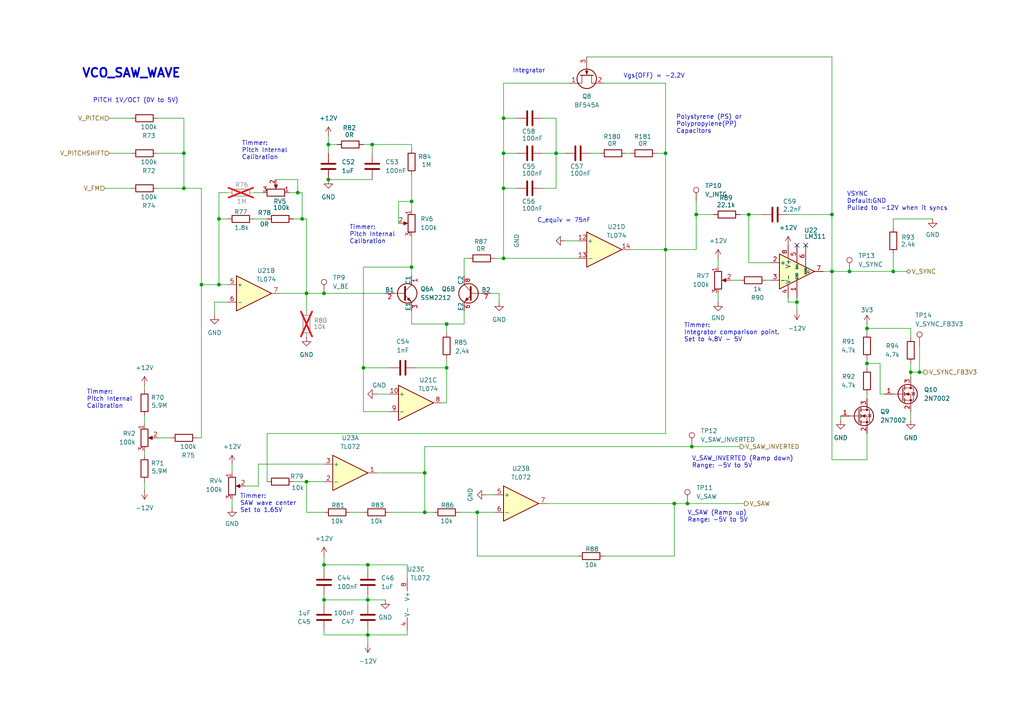
<source format=kicad_sch>
(kicad_sch (version 20250114) (generator "eeschema") (generator_version "9.0")
  (paper "A4")
  (text "Timmer:\nSAW wave center\nSet to 1.65V" (at 69.596 146.05 0) (effects (font (size 1.27 1.27)) (justify left)))
  (text "VSYNC\nDefault:GND\nPulled to -12V when it syncs" (at 245.618 58.42 0) (effects (font (size 1.27 1.27)) (justify left)))
  (text "Polystyrene (PS) or \nPolypropylene(PP)\nCapacitors" (at 196.088 36.068 0) (effects (font (size 1.27 1.27)) (justify left)))
  (text "Timmer:\nPitch Internal\nCalibration" (at 70.104 43.688 0) (effects (font (size 1.27 1.27)) (justify left)))
  (text "Timmer:\nPitch Internal\nCalibration" (at 25.146 115.824 0) (effects (font (size 1.27 1.27)) (justify left)))
  (text "Integrator" (at 153.416 20.574 0) (effects (font (size 1.27 1.27))))
  (text "C_equiv = 75nF" (at 163.576 64.008 0) (effects (font (size 1.27 1.27))))
  (text "PITCH 1V/OCT (0V to 5V)" (at 26.924 29.21 0) (effects (font (size 1.27 1.27)) (justify left)))
  (text "V_SAW_INVERTED (Ramp down)\nRange: -5V to 5V" (at 200.66 134.112 0) (effects (font (size 1.27 1.27)) (justify left)))
  (text "Timmer:\nIntegrator comparison point.\nSet to 4.8V - 5V" (at 198.374 96.52 0) (effects (font (size 1.27 1.27)) (justify left)))
  (text "VCO_SAW_WAVE" (at 38.1 21.336 0) (effects (font (size 2.54 2.54) (thickness 0.508) (bold yes))))
  (text "V_SAW (Ramp up)\nRange: -5V to 5V" (at 199.39 149.86 0) (effects (font (size 1.27 1.27)) (justify left)))
  (text "Vgs(OFF) = -2.2V" (at 189.738 22.098 0) (effects (font (size 1.27 1.27))))
  (text "Timmer:\nPitch Internal\nCalibration" (at 101.346 68.072 0) (effects (font (size 1.27 1.27)) (justify left)))
  (junction (at 217.17 62.23))
  (junction (at 106.68 184.15))
  (junction (at 231.14 87.63))
  (junction (at 53.34 54.61))
  (junction (at 241.3 78.74))
  (junction (at 123.19 137.16))
  (junction (at 146.05 44.45))
  (junction (at 259.08 78.74))
  (junction (at 87.63 63.5))
  (junction (at 88.9 85.09))
  (junction (at 53.34 44.45))
  (junction (at 201.93 62.23))
  (junction (at 161.29 44.45))
  (junction (at 251.46 105.41))
  (junction (at 246.38 78.74))
  (junction (at 138.43 148.59))
  (junction (at 106.68 173.99))
  (junction (at 266.7 107.95))
  (junction (at 119.38 77.47))
  (junction (at 195.58 146.05))
  (junction (at 129.54 93.98))
  (junction (at 106.68 163.83))
  (junction (at 146.05 54.61))
  (junction (at 63.5 63.5))
  (junction (at 105.41 106.68))
  (junction (at 93.98 173.99))
  (junction (at 251.46 95.25))
  (junction (at 58.42 82.55))
  (junction (at 86.36 55.88))
  (junction (at 107.95 41.91))
  (junction (at 200.66 129.54))
  (junction (at 119.38 58.42))
  (junction (at 193.04 44.45))
  (junction (at 129.54 106.68))
  (junction (at 146.05 74.93))
  (junction (at 63.5 82.55))
  (junction (at 193.04 72.39))
  (junction (at 95.25 41.91))
  (junction (at 199.39 146.05))
  (junction (at 146.05 34.29))
  (junction (at 93.98 85.09))
  (junction (at 264.16 107.95))
  (junction (at 241.3 62.23))
  (junction (at 123.19 148.59))
  (junction (at 95.25 52.07))
  (junction (at 93.98 163.83))
  (junction (at 88.9 139.7))
  (no_connect (at 233.68 71.12))
  (no_connect (at 231.14 71.12))
  (wire (pts (xy 193.04 125.73) (xy 193.04 72.39)))
  (wire (pts (xy 66.04 55.88) (xy 63.5 55.88)))
  (wire (pts (xy 53.34 54.61) (xy 58.42 54.61)))
  (wire (pts (xy 105.41 106.68) (xy 105.41 119.38)))
  (wire (pts (xy 195.58 146.05) (xy 158.75 146.05)))
  (wire (pts (xy 93.98 175.26) (xy 93.98 173.99)))
  (wire (pts (xy 120.65 106.68) (xy 129.54 106.68)))
  (wire (pts (xy 101.6 148.59) (xy 105.41 148.59)))
  (wire (pts (xy 73.66 55.88) (xy 76.2 55.88)))
  (wire (pts (xy 58.42 82.55) (xy 63.5 82.55)))
  (wire (pts (xy 193.04 72.39) (xy 201.93 72.39)))
  (wire (pts (xy 118.11 167.64) (xy 118.11 163.83)))
  (wire (pts (xy 95.25 41.91) (xy 95.25 39.37)))
  (wire (pts (xy 264.16 95.25) (xy 251.46 95.25)))
  (wire (pts (xy 251.46 133.35) (xy 241.3 133.35)))
  (wire (pts (xy 119.38 90.17) (xy 119.38 93.98)))
  (wire (pts (xy 201.93 62.23) (xy 207.01 62.23)))
  (wire (pts (xy 214.63 62.23) (xy 217.17 62.23)))
  (wire (pts (xy 53.34 34.29) (xy 53.34 44.45)))
  (wire (pts (xy 105.41 77.47) (xy 105.41 106.68)))
  (wire (pts (xy 109.22 137.16) (xy 123.19 137.16)))
  (wire (pts (xy 190.5 44.45) (xy 193.04 44.45)))
  (wire (pts (xy 87.63 63.5) (xy 88.9 63.5)))
  (wire (pts (xy 93.98 172.72) (xy 93.98 173.99)))
  (wire (pts (xy 146.05 54.61) (xy 146.05 74.93)))
  (wire (pts (xy 63.5 55.88) (xy 63.5 63.5)))
  (wire (pts (xy 208.28 74.93) (xy 208.28 77.47)))
  (wire (pts (xy 212.09 81.28) (xy 214.63 81.28)))
  (wire (pts (xy 146.05 34.29) (xy 146.05 44.45)))
  (wire (pts (xy 241.3 16.51) (xy 241.3 62.23)))
  (wire (pts (xy 58.42 82.55) (xy 58.42 127)))
  (wire (pts (xy 165.1 24.13) (xy 146.05 24.13)))
  (wire (pts (xy 93.98 184.15) (xy 93.98 182.88)))
  (wire (pts (xy 266.7 107.95) (xy 267.97 107.95)))
  (wire (pts (xy 63.5 63.5) (xy 66.04 63.5)))
  (wire (pts (xy 119.38 50.8) (xy 119.38 58.42)))
  (wire (pts (xy 57.15 127) (xy 58.42 127)))
  (wire (pts (xy 128.27 116.84) (xy 129.54 116.84)))
  (wire (pts (xy 228.6 87.63) (xy 228.6 86.36)))
  (wire (pts (xy 241.3 78.74) (xy 246.38 78.74)))
  (wire (pts (xy 88.9 148.59) (xy 88.9 139.7)))
  (wire (pts (xy 167.64 161.29) (xy 138.43 161.29)))
  (wire (pts (xy 161.29 54.61) (xy 157.48 54.61)))
  (wire (pts (xy 95.25 41.91) (xy 95.25 44.45)))
  (wire (pts (xy 195.58 161.29) (xy 195.58 146.05)))
  (wire (pts (xy 251.46 125.73) (xy 251.46 133.35)))
  (wire (pts (xy 95.25 52.07) (xy 107.95 52.07)))
  (wire (pts (xy 93.98 161.29) (xy 93.98 163.83)))
  (wire (pts (xy 146.05 24.13) (xy 146.05 34.29)))
  (wire (pts (xy 133.35 148.59) (xy 138.43 148.59)))
  (wire (pts (xy 264.16 105.41) (xy 264.16 107.95)))
  (wire (pts (xy 77.47 125.73) (xy 193.04 125.73)))
  (wire (pts (xy 83.82 55.88) (xy 86.36 55.88)))
  (wire (pts (xy 123.19 129.54) (xy 123.19 137.16)))
  (wire (pts (xy 241.3 133.35) (xy 241.3 78.74)))
  (wire (pts (xy 106.68 184.15) (xy 106.68 182.88)))
  (wire (pts (xy 231.14 87.63) (xy 228.6 87.63)))
  (wire (pts (xy 107.95 41.91) (xy 119.38 41.91)))
  (wire (pts (xy 88.9 139.7) (xy 93.98 139.7)))
  (wire (pts (xy 259.08 63.5) (xy 259.08 66.04)))
  (wire (pts (xy 129.54 104.14) (xy 129.54 106.68)))
  (wire (pts (xy 217.17 76.2) (xy 217.17 62.23)))
  (wire (pts (xy 118.11 163.83) (xy 106.68 163.83)))
  (wire (pts (xy 208.28 87.63) (xy 208.28 85.09)))
  (wire (pts (xy 256.54 114.3) (xy 255.27 114.3)))
  (wire (pts (xy 106.68 186.69) (xy 106.68 184.15)))
  (wire (pts (xy 181.61 44.45) (xy 182.88 44.45)))
  (wire (pts (xy 146.05 44.45) (xy 149.86 44.45)))
  (wire (pts (xy 182.88 72.39) (xy 193.04 72.39)))
  (wire (pts (xy 115.57 64.77) (xy 115.57 58.42)))
  (wire (pts (xy 95.25 41.91) (xy 97.79 41.91)))
  (wire (pts (xy 161.29 34.29) (xy 161.29 44.45)))
  (wire (pts (xy 231.14 86.36) (xy 231.14 87.63)))
  (wire (pts (xy 262.89 78.74) (xy 259.08 78.74)))
  (wire (pts (xy 105.41 77.47) (xy 119.38 77.47)))
  (wire (pts (xy 58.42 54.61) (xy 58.42 82.55)))
  (wire (pts (xy 119.38 68.58) (xy 119.38 77.47)))
  (wire (pts (xy 86.36 55.88) (xy 87.63 55.88)))
  (wire (pts (xy 74.93 134.62) (xy 93.98 134.62)))
  (wire (pts (xy 129.54 96.52) (xy 129.54 93.98)))
  (wire (pts (xy 251.46 95.25) (xy 251.46 96.52)))
  (wire (pts (xy 241.3 62.23) (xy 241.3 78.74)))
  (wire (pts (xy 105.41 106.68) (xy 113.03 106.68)))
  (wire (pts (xy 264.16 107.95) (xy 264.16 109.22)))
  (wire (pts (xy 113.03 148.59) (xy 123.19 148.59)))
  (wire (pts (xy 118.11 182.88) (xy 118.11 184.15)))
  (wire (pts (xy 175.26 24.13) (xy 193.04 24.13)))
  (wire (pts (xy 67.31 134.62) (xy 67.31 137.16)))
  (wire (pts (xy 200.66 129.54) (xy 214.63 129.54)))
  (wire (pts (xy 111.76 173.99) (xy 106.68 173.99)))
  (wire (pts (xy 106.68 173.99) (xy 106.68 175.26)))
  (wire (pts (xy 231.14 90.17) (xy 231.14 87.63)))
  (wire (pts (xy 217.17 62.23) (xy 220.98 62.23)))
  (wire (pts (xy 66.04 87.63) (xy 62.23 87.63)))
  (wire (pts (xy 81.28 85.09) (xy 88.9 85.09)))
  (wire (pts (xy 163.83 69.85) (xy 167.64 69.85)))
  (wire (pts (xy 119.38 58.42) (xy 119.38 60.96)))
  (wire (pts (xy 106.68 172.72) (xy 106.68 173.99)))
  (wire (pts (xy 80.01 52.07) (xy 86.36 52.07)))
  (wire (pts (xy 270.51 63.5) (xy 259.08 63.5)))
  (wire (pts (xy 87.63 55.88) (xy 87.63 63.5)))
  (wire (pts (xy 93.98 85.09) (xy 111.76 85.09)))
  (wire (pts (xy 259.08 78.74) (xy 259.08 73.66)))
  (wire (pts (xy 255.27 105.41) (xy 251.46 105.41)))
  (wire (pts (xy 264.16 97.79) (xy 264.16 95.25)))
  (wire (pts (xy 45.72 127) (xy 49.53 127)))
  (wire (pts (xy 41.91 113.03) (xy 41.91 111.76)))
  (wire (pts (xy 71.12 140.97) (xy 74.93 140.97)))
  (wire (pts (xy 86.36 52.07) (xy 86.36 55.88)))
  (wire (pts (xy 264.16 107.95) (xy 266.7 107.95)))
  (wire (pts (xy 161.29 44.45) (xy 163.83 44.45)))
  (wire (pts (xy 41.91 139.7) (xy 41.91 142.24)))
  (wire (pts (xy 266.7 100.33) (xy 266.7 107.95)))
  (wire (pts (xy 134.62 80.01) (xy 134.62 74.93)))
  (wire (pts (xy 223.52 76.2) (xy 217.17 76.2)))
  (wire (pts (xy 45.72 44.45) (xy 53.34 44.45)))
  (wire (pts (xy 115.57 58.42) (xy 119.38 58.42)))
  (wire (pts (xy 45.72 34.29) (xy 53.34 34.29)))
  (wire (pts (xy 41.91 132.08) (xy 41.91 130.81)))
  (wire (pts (xy 123.19 137.16) (xy 123.19 148.59)))
  (wire (pts (xy 129.54 93.98) (xy 134.62 93.98)))
  (wire (pts (xy 193.04 24.13) (xy 193.04 44.45)))
  (wire (pts (xy 118.11 184.15) (xy 106.68 184.15)))
  (wire (pts (xy 146.05 74.93) (xy 167.64 74.93)))
  (wire (pts (xy 63.5 82.55) (xy 66.04 82.55)))
  (wire (pts (xy 113.03 119.38) (xy 105.41 119.38)))
  (wire (pts (xy 85.09 139.7) (xy 88.9 139.7)))
  (wire (pts (xy 88.9 63.5) (xy 88.9 85.09)))
  (wire (pts (xy 238.76 78.74) (xy 241.3 78.74)))
  (wire (pts (xy 119.38 77.47) (xy 119.38 80.01)))
  (wire (pts (xy 129.54 106.68) (xy 129.54 116.84)))
  (wire (pts (xy 251.46 114.3) (xy 251.46 115.57)))
  (wire (pts (xy 88.9 85.09) (xy 88.9 90.17)))
  (wire (pts (xy 31.75 44.45) (xy 38.1 44.45)))
  (wire (pts (xy 138.43 161.29) (xy 138.43 148.59)))
  (wire (pts (xy 201.93 58.42) (xy 201.93 62.23)))
  (wire (pts (xy 138.43 148.59) (xy 143.51 148.59)))
  (wire (pts (xy 93.98 148.59) (xy 88.9 148.59)))
  (wire (pts (xy 134.62 74.93) (xy 135.89 74.93)))
  (wire (pts (xy 105.41 41.91) (xy 107.95 41.91)))
  (wire (pts (xy 259.08 78.74) (xy 246.38 78.74)))
  (wire (pts (xy 175.26 161.29) (xy 195.58 161.29)))
  (wire (pts (xy 222.25 81.28) (xy 223.52 81.28)))
  (wire (pts (xy 251.46 104.14) (xy 251.46 105.41)))
  (wire (pts (xy 146.05 44.45) (xy 146.05 54.61)))
  (wire (pts (xy 199.39 146.05) (xy 215.9 146.05)))
  (wire (pts (xy 119.38 93.98) (xy 129.54 93.98)))
  (wire (pts (xy 161.29 34.29) (xy 157.48 34.29)))
  (wire (pts (xy 106.68 184.15) (xy 93.98 184.15)))
  (wire (pts (xy 93.98 173.99) (xy 106.68 173.99)))
  (wire (pts (xy 109.22 114.3) (xy 113.03 114.3)))
  (wire (pts (xy 193.04 44.45) (xy 193.04 72.39)))
  (wire (pts (xy 146.05 54.61) (xy 149.86 54.61)))
  (wire (pts (xy 67.31 147.32) (xy 67.31 144.78)))
  (wire (pts (xy 195.58 146.05) (xy 199.39 146.05)))
  (wire (pts (xy 264.16 121.92) (xy 264.16 119.38)))
  (wire (pts (xy 243.84 120.65) (xy 243.84 121.92)))
  (wire (pts (xy 161.29 44.45) (xy 161.29 54.61)))
  (wire (pts (xy 41.91 120.65) (xy 41.91 123.19)))
  (wire (pts (xy 31.75 34.29) (xy 38.1 34.29)))
  (wire (pts (xy 123.19 129.54) (xy 200.66 129.54)))
  (wire (pts (xy 74.93 140.97) (xy 74.93 134.62)))
  (wire (pts (xy 149.86 34.29) (xy 146.05 34.29)))
  (wire (pts (xy 106.68 163.83) (xy 106.68 165.1)))
  (wire (pts (xy 123.19 148.59) (xy 125.73 148.59)))
  (wire (pts (xy 241.3 62.23) (xy 228.6 62.23)))
  (wire (pts (xy 53.34 44.45) (xy 53.34 54.61)))
  (wire (pts (xy 88.9 85.09) (xy 93.98 85.09)))
  (wire (pts (xy 63.5 63.5) (xy 63.5 82.55)))
  (wire (pts (xy 143.51 74.93) (xy 146.05 74.93)))
  (wire (pts (xy 142.24 85.09) (xy 144.78 85.09)))
  (wire (pts (xy 251.46 105.41) (xy 251.46 106.68)))
  (wire (pts (xy 170.18 16.51) (xy 241.3 16.51)))
  (wire (pts (xy 255.27 114.3) (xy 255.27 105.41)))
  (wire (pts (xy 30.48 54.61) (xy 38.1 54.61)))
  (wire (pts (xy 93.98 163.83) (xy 93.98 165.1)))
  (wire (pts (xy 85.09 63.5) (xy 87.63 63.5)))
  (wire (pts (xy 77.47 139.7) (xy 77.47 125.73)))
  (wire (pts (xy 201.93 72.39) (xy 201.93 62.23)))
  (wire (pts (xy 134.62 90.17) (xy 134.62 93.98)))
  (wire (pts (xy 140.97 143.51) (xy 143.51 143.51)))
  (wire (pts (xy 171.45 44.45) (xy 173.99 44.45)))
  (wire (pts (xy 73.66 63.5) (xy 77.47 63.5)))
  (wire (pts (xy 93.98 163.83) (xy 106.68 163.83)))
  (wire (pts (xy 62.23 87.63) (xy 62.23 91.44)))
  (wire (pts (xy 119.38 41.91) (xy 119.38 43.18)))
  (wire (pts (xy 144.78 85.09) (xy 144.78 87.63)))
  (wire (pts (xy 157.48 44.45) (xy 161.29 44.45)))
  (wire (pts (xy 107.95 41.91) (xy 107.95 44.45)))
  (wire (pts (xy 45.72 54.61) (xy 53.34 54.61)))
  (wire (pts (xy 251.46 93.98) (xy 251.46 95.25)))
  (hierarchical_label "V_PITCHSHIFT" (shape input) (at 31.75 44.45 180))
  (hierarchical_label "V_SYNC_FB3V3" (shape output) (at 267.97 107.95 0))
  (hierarchical_label "V_SAW_INVERTED" (shape output) (at 214.63 129.54 0))
  (hierarchical_label "V_SAW" (shape output) (at 215.9 146.05 0))
  (hierarchical_label "V_FM" (shape input) (at 30.48 54.61 180))
  (hierarchical_label "V_SYNC" (shape bidirectional) (at 262.89 78.74 0))
  (hierarchical_label "V_PITCH" (shape input) (at 31.75 34.29 180))
  (symbol (lib_id "Device:R") (at 41.91 54.61 270) (unit 1)
    (property "Reference" "R74" (at 43.18 59.69 90))
    (property "Value" "100k" (at 43.18 57.15 90))
    (property "Footprint" "Resistor_SMD:R_0402_1005Metric" (effects (hide yes)))
    (property "Description" "Resistor" (effects (hide yes)))
    (property "Manufacturer" "YAGEO" (effects (hide yes)))
    (property "Manufacturer PartNumer" "RT0402FRE07100KL" (effects (hide yes)))
    (instances (project "midi_vco_module" (path "" (reference "R74") (unit 1)) (path "" (reference "R144") (unit 1))))
  )
  (symbol (lib_id "Connector:TestPoint") (at 266.7 100.33 0) (unit 1) (in_bom no)
    (property "Reference" "TP14" (at 265.43 91.44 0) (effects (justify left)))
    (property "Value" "V_SYNC_FB3V3" (at 265.43 93.98 0) (effects (justify left)))
    (property "Description" "test point" (effects (hide yes)))
    (instances (project "midi_vco_module" (path "" (reference "TP14") (unit 1)) (path "" (reference "TP24") (unit 1))))
  )
  (symbol (lib_id "Device:C") (at 106.68 168.91 0) (unit 1)
    (property "Reference" "C46" (at 110.49 167.6399 0) (effects (justify left)))
    (property "Value" "1uF" (at 110.49 170.1799 0) (effects (justify left)))
    (property "Footprint" "Capacitor_SMD:C_0805_2012Metric" (effects (hide yes)))
    (property "Description" "Unpolarized capacitor" (effects (hide yes)))
    (property "Manufacturer" "MURATA" (effects (hide yes)))
    (property "Manufacturer PartNumer" "GRM219R71E105MA88J" (effects (hide yes)))
    (instances (project "midi_vco_module" (path "" (reference "C46") (unit 1)) (path "" (reference "C71") (unit 1))))
  )
  (symbol (lib_id "Connector:TestPoint") (at 201.93 58.42 0) (unit 1) (in_bom no)
    (property "Reference" "TP10" (at 204.47 53.8479 0) (effects (justify left)))
    (property "Value" "V_INTG" (at 204.47 56.3879 0) (effects (justify left)))
    (property "Description" "test point" (effects (hide yes)))
    (instances (project "midi_vco_module" (path "" (reference "TP10") (unit 1)) (path "" (reference "TP20") (unit 1))))
  )
  (symbol (lib_id "Device:C") (at 116.84 106.68 90) (unit 1)
    (property "Reference" "C54" (at 116.84 99.06 90))
    (property "Value" "1nF" (at 116.84 101.6 90))
    (property "Footprint" "Capacitor_SMD:C_0402_1005Metric" (effects (hide yes)))
    (property "Description" "Unpolarized capacitor" (effects (hide yes)))
    (property "Manufacturer" "MURATA" (effects (hide yes)))
    (property "Manufacturer PartNumer" "GRM155R71E103KA01J" (effects (hide yes)))
    (instances (project "midi_vco_module" (path "" (reference "C54") (unit 1)) (path "" (reference "C79") (unit 1))))
  )
  (symbol (lib_id "power:GND") (at 111.76 173.99 0) (unit 1)
    (property "Reference" "#PWR0204" (effects (hide yes)))
    (property "Value" "GND" (at 111.76 179.07 0))
    (property "Description" "Power symbol creates a global label with name \"GND\" , ground" (effects (hide yes)))
    (instances (project "midi_vco_module" (path "" (reference "#PWR0204") (unit 1)) (path "" (reference "#PWR0271") (unit 1))))
  )
  (symbol (lib_id "Connector:TestPoint") (at 93.98 85.09 0) (unit 1) (in_bom no)
    (property "Reference" "TP9" (at 96.52 80.5179 0) (effects (justify left)))
    (property "Value" "V_BE" (at 96.52 83.0579 0) (effects (justify left)))
    (property "Description" "test point" (effects (hide yes)))
    (instances (project "midi_vco_module" (path "" (reference "TP9") (unit 1)) (path "" (reference "TP19") (unit 1))))
  )
  (symbol (lib_id "Device:R") (at 139.7 74.93 90) (unit 1)
    (property "Reference" "R87" (at 139.446 70.104 90))
    (property "Value" "0R" (at 139.446 72.136 90))
    (property "Footprint" "Resistor_SMD:R_0402_1005Metric" (effects (hide yes)))
    (property "Description" "Resistor" (effects (hide yes)))
    (property "Manufacturer" "YAGEO" (effects (hide yes)))
    (property "Manufacturer PartNumer" "RC0402FR-070RL" (effects (hide yes)))
    (instances (project "midi_vco_module" (path "" (reference "R87") (unit 1)) (path "" (reference "R157") (unit 1))))
  )
  (symbol (lib_id "Device:R") (at 41.91 34.29 270) (unit 1)
    (property "Reference" "R73" (at 43.18 39.37 90))
    (property "Value" "100k" (at 43.18 36.83 90))
    (property "Footprint" "Resistor_SMD:R_0402_1005Metric" (effects (hide yes)))
    (property "Description" "Resistor" (effects (hide yes)))
    (property "Manufacturer" "YAGEO" (effects (hide yes)))
    (property "Manufacturer PartNumer" "RT0402FRE07100KL" (effects (hide yes)))
    (instances (project "midi_vco_module" (path "" (reference "R73") (unit 1)) (path "" (reference "R143") (unit 1))))
  )
  (symbol (lib_id "Device:R") (at 171.45 161.29 90) (unit 1)
    (property "Reference" "R88" (at 171.704 159.258 90))
    (property "Value" "10k" (at 171.45 163.83 90))
    (property "Footprint" "Resistor_SMD:R_0402_1005Metric" (effects (hide yes)))
    (property "Description" "Resistor" (effects (hide yes)))
    (property "Manufacturer PartNumer" "RT0402FRE0710KL" (effects (hide yes)))
    (property "Manufacturer" "YAGEO" (effects (hide yes)))
    (instances (project "midi_vco_module" (path "" (reference "R88") (unit 1)) (path "" (reference "R158") (unit 1))))
  )
  (symbol (lib_id "Device:C") (at 153.67 44.45 270) (unit 1)
    (property "Reference" "C55" (at 151.3841 48.26 90) (effects (justify left)))
    (property "Value" "100nF" (at 151.384 50.292 90) (effects (justify left)))
    (property "Footprint" "Capacitor_SMD:C_1206_3216Metric" (effects (hide yes)))
    (property "Description" "Unpolarized capacitor" (effects (hide yes)))
    (property "Manufacturer" "KEMET" (effects (hide yes)))
    (property "Manufacturer PartNumer" "GRT31C5C1H104FA02L" (effects (hide yes)))
    (instances (project "midi_vco_module" (path "" (reference "C55") (unit 1)) (path "" (reference "C62") (unit 1))))
  )
  (symbol (lib_id "power:GND") (at 67.31 147.32 0) (unit 1)
    (property "Reference" "#PWR0216" (effects (hide yes)))
    (property "Value" "GND" (at 67.31 151.892 0))
    (property "Description" "Power symbol creates a global label with name \"GND\" , ground" (effects (hide yes)))
    (instances (project "midi_vco_module" (path "" (reference "#PWR0216") (unit 1)) (path "" (reference "#PWR0283") (unit 1))))
  )
  (symbol (lib_id "Amplifier_Operational:TL072") (at 120.65 175.26 0) (unit 3)
    (property "Reference" "U23" (at 120.65 165.1 0))
    (property "Value" "TL072" (at 121.92 167.64 0))
    (property "Datasheet" "http://www.ti.com/lit/ds/symlink/tl071.pdf" (effects (hide yes)))
    (property "Description" "Dual Low-Noise JFET-Input Operational Amplifiers, DIP-8/SOIC-8" (effects (hide yes)))
    (instances (project "midi_vco_module" (path "" (reference "U23") (unit 3)) (path "" (reference "U13") (unit 3))))
  )
  (symbol (lib_id "Device:R_Potentiometer") (at 67.31 140.97 0) (unit 1)
    (property "Reference" "RV4" (at 64.516 139.446 0) (effects (justify right)))
    (property "Value" "100k" (at 64.516 141.986 0) (effects (justify right)))
    (property "Description" "Potentiometer" (effects (hide yes)))
    (property "Manufacturer PartNumer" "3296X-104-LF" (effects (hide yes)))
    (instances (project "midi_vco_module" (path "" (reference "RV4") (unit 1)) (path "" (reference "RV17") (unit 1))))
  )
  (symbol (lib_id "Connector:TestPoint") (at 246.38 78.74 0) (unit 1) (in_bom no)
    (property "Reference" "TP13" (at 248.92 74.1679 0) (effects (justify left)))
    (property "Value" "V_SYNC" (at 248.92 76.7079 0) (effects (justify left)))
    (property "Description" "test point" (effects (hide yes)))
    (instances (project "midi_vco_module" (path "" (reference "TP13") (unit 1)) (path "" (reference "TP23") (unit 1))))
  )
  (symbol (lib_id "Device:R") (at 129.54 100.33 0) (unit 1)
    (property "Reference" "R85" (at 133.604 99.314 0))
    (property "Value" "2.4k" (at 134.112 101.854 0))
    (property "Footprint" "Resistor_SMD:R_0402_1005Metric" (effects (hide yes)))
    (property "Description" "Resistor" (effects (hide yes)))
    (property "Manufacturer" "YAGEO" (effects (hide yes)))
    (property "Manufacturer PartNumer" "RT0402BRD072K4L" (effects (hide yes)))
    (instances (project "midi_vco_module" (path "" (reference "R85") (unit 1)) (path "" (reference "R155") (unit 1))))
  )
  (symbol (lib_id "Amplifier_Operational:TL072") (at 151.13 146.05 0) (unit 2)
    (property "Reference" "U23" (at 151.13 135.89 0))
    (property "Value" "TL072" (at 151.13 138.43 0))
    (property "Datasheet" "http://www.ti.com/lit/ds/symlink/tl071.pdf" (effects (hide yes)))
    (property "Description" "Dual Low-Noise JFET-Input Operational Amplifiers, DIP-8/SOIC-8" (effects (hide yes)))
    (instances (project "" (path "" (reference "U23") (unit 2)) (path "" (reference "U13") (unit 2))))
  )
  (symbol (lib_id "power:+15V") (at 93.98 161.29 0) (unit 1)
    (property "Reference" "#PWR0206" (effects (hide yes)))
    (property "Value" "+12V" (at 93.98 156.21 0))
    (property "Description" "Power symbol creates a global label with name \"+15V\"" (effects (hide yes)))
    (instances (project "midi_vco_module" (path "" (reference "#PWR0206") (unit 1)) (path "" (reference "#PWR0273") (unit 1))))
  )
  (symbol (lib_id "power:GND") (at 243.84 121.92 0) (unit 1)
    (property "Reference" "#PWR0232" (effects (hide yes)))
    (property "Value" "GND" (at 243.84 127 0))
    (property "Description" "Power symbol creates a global label with name \"GND\" , ground" (effects (hide yes)))
    (instances (project "midi_vco_module" (path "" (reference "#PWR0232") (unit 1)) (path "" (reference "#PWR0299") (unit 1))))
  )
  (symbol (lib_id "power:+15V") (at 251.46 93.98 0) (unit 1)
    (property "Reference" "#PWR0230" (effects (hide yes)))
    (property "Value" "3V3" (at 251.46 89.916 0))
    (property "Description" "Power symbol creates a global label with name \"+15V\"" (effects (hide yes)))
    (instances (project "midi_vco_module" (path "" (reference "#PWR0230") (unit 1)) (path "" (reference "#PWR0297") (unit 1))))
  )
  (symbol (lib_id "power:GND") (at 88.9 97.79 0) (unit 1)
    (property "Reference" "#PWR0219" (effects (hide yes)))
    (property "Value" "GND" (at 88.9 102.87 0))
    (property "Description" "Power symbol creates a global label with name \"GND\" , ground" (effects (hide yes)))
    (instances (project "midi_vco_module" (path "" (reference "#PWR0219") (unit 1)) (path "" (reference "#PWR0286") (unit 1))))
  )
  (symbol (lib_id "power:GND") (at 208.28 87.63 0) (unit 1)
    (property "Reference" "#PWR0236" (effects (hide yes)))
    (property "Value" "GND" (at 208.28 92.202 0))
    (property "Description" "Power symbol creates a global label with name \"GND\" , ground" (effects (hide yes)))
    (instances (project "midi_vco_module" (path "" (reference "#PWR0236") (unit 1)) (path "" (reference "#PWR0303") (unit 1))))
  )
  (symbol (lib_id "Device:R") (at 41.91 44.45 270) (unit 1)
    (property "Reference" "R72" (at 43.18 49.53 90))
    (property "Value" "100k" (at 43.18 46.99 90))
    (property "Footprint" "Resistor_SMD:R_0402_1005Metric" (effects (hide yes)))
    (property "Description" "Resistor" (effects (hide yes)))
    (property "Manufacturer" "YAGEO" (effects (hide yes)))
    (property "Manufacturer PartNumer" "RT0402FRE07100KL" (effects (hide yes)))
    (instances (project "midi_vco_module" (path "" (reference "R72") (unit 1)) (path "" (reference "R142") (unit 1))))
  )
  (symbol (lib_id "Device:R") (at 41.91 116.84 0) (unit 1)
    (property "Reference" "R70" (at 45.72 115.316 0))
    (property "Value" "5.9M" (at 46.228 117.602 0))
    (property "Footprint" "Resistor_SMD:R_0402_1005Metric" (effects (hide yes)))
    (property "Description" "Resistor" (effects (hide yes)))
    (property "Manufacturer PartNumer" "RC0402FR-075M9L" (effects (hide yes)))
    (property "Manufacturer" "YAGEO" (effects (hide yes)))
    (instances (project "midi_vco_module" (path "" (reference "R70") (unit 1)) (path "" (reference "R140") (unit 1))))
  )
  (symbol (lib_id "power:GND") (at 264.16 121.92 0) (unit 1)
    (property "Reference" "#PWR0231" (effects (hide yes)))
    (property "Value" "GND" (at 264.16 127 0))
    (property "Description" "Power symbol creates a global label with name \"GND\" , ground" (effects (hide yes)))
    (instances (project "midi_vco_module" (path "" (reference "#PWR0231") (unit 1)) (path "" (reference "#PWR0298") (unit 1))))
  )
  (symbol (lib_id "Device:C") (at 93.98 179.07 180) (unit 1)
    (property "Reference" "C45" (at 90.17 180.3401 0) (effects (justify left)))
    (property "Value" "1uF" (at 90.17 177.8001 0) (effects (justify left)))
    (property "Footprint" "Capacitor_SMD:C_0805_2012Metric" (effects (hide yes)))
    (property "Description" "Unpolarized capacitor" (effects (hide yes)))
    (property "Manufacturer" "MURATA" (effects (hide yes)))
    (property "Manufacturer PartNumer" "GRM219R71E105MA88J" (effects (hide yes)))
    (instances (project "midi_vco_module" (path "" (reference "C45") (unit 1)) (path "" (reference "C70") (unit 1))))
  )
  (symbol (lib_id "power:+15V") (at 41.91 142.24 180) (unit 1)
    (property "Reference" "#PWR0218" (effects (hide yes)))
    (property "Value" "-12V" (at 41.91 147.32 0))
    (property "Description" "Power symbol creates a global label with name \"+15V\"" (effects (hide yes)))
    (instances (project "midi_vco_module" (path "" (reference "#PWR0218") (unit 1)) (path "" (reference "#PWR0285") (unit 1))))
  )
  (symbol (lib_id "Device:R_Potentiometer") (at 80.01 55.88 270) (mirror x) (unit 1)
    (property "Reference" "RV5" (at 83.058 58.42 90) (effects (justify right)))
    (property "Value" "100k" (at 84.074 60.198 90) (effects (justify right)))
    (property "Footprint" "Resistor_SMD:R_0402_1005Metric" (effects (hide yes)))
    (property "Description" "Potentiometer" (effects (hide yes)))
    (property "Manufacturer" "YAGEO" (effects (hide yes)))
    (property "Manufacturer PartNumer" "RT0402FRE07100KL" (effects (hide yes)))
    (instances (project "midi_vco_module" (path "" (reference "RV5") (unit 1)) (path "" (reference "RV18") (unit 1))))
  )
  (symbol (lib_id "Device:R") (at 69.85 63.5 270) (unit 1)
    (property "Reference" "R77" (at 69.85 61.468 90))
    (property "Value" "1.8k" (at 70.104 66.04 90))
    (property "Footprint" "Resistor_SMD:R_0402_1005Metric" (effects (hide yes)))
    (property "Description" "Resistor" (effects (hide yes)))
    (property "Manufacturer PartNumer" "RT0402BRE071K8L" (effects (hide yes)))
    (property "Manufacturer" "YAGEO" (effects (hide yes)))
    (instances (project "midi_vco_module" (path "" (reference "R77") (unit 1)) (path "" (reference "R147") (unit 1))))
  )
  (symbol (lib_id "Connector:TestPoint") (at 200.66 129.54 0) (unit 1) (in_bom no)
    (property "Reference" "TP12" (at 203.2 124.9679 0) (effects (justify left)))
    (property "Value" "V_SAW_INVERTED" (at 203.2 127.5079 0) (effects (justify left)))
    (property "Description" "test point" (effects (hide yes)))
    (instances (project "midi_vco_module" (path "" (reference "TP12") (unit 1)) (path "" (reference "TP22") (unit 1))))
  )
  (symbol (lib_id "Amplifier_Operational:TL074") (at 73.66 85.09 0) (unit 2)
    (property "Reference" "U21" (at 77.216 78.486 0))
    (property "Value" "TL074" (at 77.216 81.026 0))
    (property "Datasheet" "http://www.ti.com/lit/ds/symlink/tl071.pdf" (effects (hide yes)))
    (property "Description" "Quad Low-Noise JFET-Input Operational Amplifiers, DIP-14/SOIC-14" (effects (hide yes)))
    (property "Manufacturer PartNumer" "TL074HIDR" (effects (hide yes)))
    (instances (project "midi_vco_module" (path "" (reference "U21") (unit 2)) (path "" (reference "U11") (unit 2))))
  )
  (symbol (lib_id "power:+15V") (at 95.25 39.37 0) (unit 1)
    (property "Reference" "#PWR0209" (effects (hide yes)))
    (property "Value" "+12V" (at 95.25 34.29 0))
    (property "Description" "Power symbol creates a global label with name \"+15V\"" (effects (hide yes)))
    (instances (project "midi_vco_module" (path "" (reference "#PWR0209") (unit 1)) (path "" (reference "#PWR0276") (unit 1))))
  )
  (symbol (lib_id "Device:R") (at 109.22 148.59 90) (unit 1)
    (property "Reference" "R83" (at 109.474 146.558 90))
    (property "Value" "10k" (at 109.22 151.13 90))
    (property "Footprint" "Resistor_SMD:R_0402_1005Metric" (effects (hide yes)))
    (property "Description" "Resistor" (effects (hide yes)))
    (property "Manufacturer PartNumer" "RT0402FRE0710KL" (effects (hide yes)))
    (property "Manufacturer" "YAGEO" (effects (hide yes)))
    (instances (project "midi_vco_module" (path "" (reference "R83") (unit 1)) (path "" (reference "R153") (unit 1))))
  )
  (symbol (lib_id "power:GND") (at 144.78 87.63 0) (unit 1)
    (property "Reference" "#PWR0238" (effects (hide yes)))
    (property "Value" "GND" (at 144.78 92.71 0))
    (property "Description" "Power symbol creates a global label with name \"GND\" , ground" (effects (hide yes)))
    (instances (project "midi_vco_module" (path "" (reference "#PWR0238") (unit 1)) (path "" (reference "#PWR0305") (unit 1))))
  )
  (symbol (lib_id "Transistor_BJT:SSM2210") (at 116.84 85.09 0) (unit 1)
    (property "Reference" "Q6" (at 121.92 83.8199 0) (effects (justify left)))
    (property "Value" "SSM2212" (at 121.92 86.3599 0) (effects (justify left)))
    (property "Footprint" "Package_SO:JEITA_SOIC-8_3.9x4.9mm_P1.27mm" (effects (hide yes)))
    (property "Datasheet" "https://www.analog.com/media/en/technical-documentation/data-sheets/SSM2212.pdf" (effects (hide yes)))
    (property "Description" "Audio Dual Matched NPN transistor, DIP-8/SOIC-8" (effects (hide yes)))
    (property "Manufacturer" "ADI" (effects (hide yes)))
    (property "Manufacturer PartNumer" "SSM2212RZ" (effects (hide yes)))
    (instances (project "midi_vco_module" (path "" (reference "Q6") (unit 1)) (path "" (reference "Q12") (unit 1))))
  )
  (symbol (lib_id "power:+15V") (at 67.31 134.62 0) (unit 1)
    (property "Reference" "#PWR0217" (effects (hide yes)))
    (property "Value" "+12V" (at 67.31 129.54 0))
    (property "Description" "Power symbol creates a global label with name \"+15V\"" (effects (hide yes)))
    (instances (project "midi_vco_module" (path "" (reference "#PWR0217") (unit 1)) (path "" (reference "#PWR0284") (unit 1))))
  )
  (symbol (lib_id "Device:R") (at 177.8 44.45 90) (unit 1)
    (property "Reference" "R180" (at 177.546 39.624 90))
    (property "Value" "0R" (at 177.546 41.656 90))
    (property "Footprint" "Resistor_SMD:R_0402_1005Metric" (effects (hide yes)))
    (property "Description" "Resistor" (effects (hide yes)))
    (property "Manufacturer" "YAGEO" (effects (hide yes)))
    (property "Manufacturer PartNumer" "RC0402FR-070RL" (effects (hide yes)))
    (instances (project "midi_vco_module" (path "" (reference "R180") (unit 1)) (path "" (reference "R182") (unit 1))))
  )
  (symbol (lib_id "power:GND") (at 62.23 91.44 0) (unit 1)
    (property "Reference" "#PWR0213" (effects (hide yes)))
    (property "Value" "GND" (at 62.23 96.52 0))
    (property "Description" "Power symbol creates a global label with name \"GND\" , ground" (effects (hide yes)))
    (instances (project "midi_vco_module" (path "" (reference "#PWR0213") (unit 1)) (path "" (reference "#PWR0280") (unit 1))))
  )
  (symbol (lib_id "Device:R_Potentiometer") (at 208.28 81.28 0) (unit 1)
    (property "Reference" "RV7" (at 205.74 80.0099 0) (effects (justify right)))
    (property "Value" "100k" (at 205.74 82.5499 0) (effects (justify right)))
    (property "Description" "Potentiometer" (effects (hide yes)))
    (property "Manufacturer PartNumer" "3296X-104-LF" (effects (hide yes)))
    (instances (project "midi_vco_module" (path "" (reference "RV7") (unit 1)) (path "" (reference "RV20") (unit 1))))
  )
  (symbol (lib_id "Comparator:LM311") (at 231.14 78.74 0) (unit 1)
    (property "Reference" "U22" (at 235.204 66.802 0))
    (property "Value" "LM311" (at 236.474 68.58 0))
    (property "Datasheet" "https://www.st.com/resource/en/datasheet/lm311.pdf" (effects (hide yes)))
    (property "Description" "Voltage Comparator, DIP-8/SOIC-8" (effects (hide yes)))
    (instances (project "midi_vco_module" (path "" (reference "U22") (unit 1)) (path "" (reference "U12") (unit 1))))
  )
  (symbol (lib_id "power:+15V") (at 106.68 186.69 180) (unit 1)
    (property "Reference" "#PWR0205" (effects (hide yes)))
    (property "Value" "-12V" (at 106.68 191.77 0))
    (property "Description" "Power symbol creates a global label with name \"+15V\"" (effects (hide yes)))
    (instances (project "midi_vco_module" (path "" (reference "#PWR0205") (unit 1)) (path "" (reference "#PWR0272") (unit 1))))
  )
  (symbol (lib_id "Device:C") (at 167.64 44.45 270) (unit 1)
    (property "Reference" "C57" (at 165.3541 48.26 90) (effects (justify left)))
    (property "Value" "100nF" (at 165.354 50.292 90) (effects (justify left)))
    (property "Footprint" "Capacitor_SMD:C_1206_3216Metric" (effects (hide yes)))
    (property "Description" "Unpolarized capacitor" (effects (hide yes)))
    (property "Manufacturer" "KEMET" (effects (hide yes)))
    (property "Manufacturer PartNumer" "GRT31C5C1H104FA02L" (effects (hide yes)))
    (instances (project "midi_vco_module" (path "" (reference "C57") (unit 1)) (path "" (reference "C73") (unit 1))))
  )
  (symbol (lib_id "Device:R") (at 41.91 135.89 0) (unit 1)
    (property "Reference" "R71" (at 45.72 134.366 0))
    (property "Value" "5.9M" (at 46.228 136.652 0))
    (property "Footprint" "Resistor_SMD:R_0402_1005Metric" (effects (hide yes)))
    (property "Description" "Resistor" (effects (hide yes)))
    (property "Manufacturer PartNumer" "RC0402FR-075M9L" (effects (hide yes)))
    (property "Manufacturer" "YAGEO" (effects (hide yes)))
    (instances (project "midi_vco_module" (path "" (reference "R71") (unit 1)) (path "" (reference "R141") (unit 1))))
  )
  (symbol (lib_id "power:GND") (at 163.83 69.85 270) (unit 1)
    (property "Reference" "#PWR0226" (effects (hide yes)))
    (property "Value" "GND" (at 149.86 69.85 0))
    (property "Description" "Power symbol creates a global label with name \"GND\" , ground" (effects (hide yes)))
    (instances (project "midi_vco_module" (path "" (reference "#PWR0226") (unit 1)) (path "" (reference "#PWR0293") (unit 1))))
  )
  (symbol (lib_id "Device:C") (at 153.67 34.29 270) (unit 1)
    (property "Reference" "C58" (at 151.3841 38.1 90) (effects (justify left)))
    (property "Value" "100nF" (at 151.384 40.132 90) (effects (justify left)))
    (property "Footprint" "Capacitor_SMD:C_1206_3216Metric" (effects (hide yes)))
    (property "Description" "Unpolarized capacitor" (effects (hide yes)))
    (property "Manufacturer" "KEMET" (effects (hide yes)))
    (property "Manufacturer PartNumer" "GRT31C5C1H104FA02L" (effects (hide yes)))
    (instances (project "midi_vco_module" (path "" (reference "C58") (unit 1)) (path "" (reference "C74") (unit 1))))
  )
  (symbol (lib_id "Device:R") (at 101.6 41.91 90) (unit 1)
    (property "Reference" "R82" (at 101.346 37.084 90))
    (property "Value" "0R" (at 101.346 39.116 90))
    (property "Footprint" "Resistor_SMD:R_0402_1005Metric" (effects (hide yes)))
    (property "Description" "Resistor" (effects (hide yes)))
    (property "Manufacturer" "YAGEO" (effects (hide yes)))
    (property "Manufacturer PartNumer" "RC0402FR-070RL" (effects (hide yes)))
    (instances (project "midi_vco_module" (path "" (reference "R82") (unit 1)) (path "" (reference "R152") (unit 1))))
  )
  (symbol (lib_id "Amplifier_Operational:TL072") (at 101.6 137.16 0) (unit 1)
    (property "Reference" "U23" (at 101.6 127 0))
    (property "Value" "TL072" (at 101.6 129.54 0))
    (property "Datasheet" "http://www.ti.com/lit/ds/symlink/tl071.pdf" (effects (hide yes)))
    (property "Description" "Dual Low-Noise JFET-Input Operational Amplifiers, DIP-8/SOIC-8" (effects (hide yes)))
    (instances (project "" (path "" (reference "U23") (unit 1)) (path "" (reference "U13") (unit 1))))
  )
  (symbol (lib_id "Device:C") (at 106.68 179.07 180) (unit 1)
    (property "Reference" "C47" (at 102.87 180.3401 0) (effects (justify left)))
    (property "Value" "100nF" (at 102.87 177.8001 0) (effects (justify left)))
    (property "Footprint" "Capacitor_SMD:C_0402_1005Metric" (effects (hide yes)))
    (property "Description" "Unpolarized capacitor" (effects (hide yes)))
    (property "Manufacturer" "MURATA" (effects (hide yes)))
    (property "Manufacturer PartNumer" "GRM155R71E104KE14J" (effects (hide yes)))
    (instances (project "midi_vco_module" (path "" (reference "C47") (unit 1)) (path "" (reference "C72") (unit 1))))
  )
  (symbol (lib_id "Device:R") (at 251.46 100.33 180) (unit 1)
    (property "Reference" "R91" (at 246.126 99.06 0))
    (property "Value" "4.7k" (at 246.126 101.6 0))
    (property "Footprint" "Resistor_SMD:R_0402_1005Metric" (effects (hide yes)))
    (property "Description" "Resistor" (effects (hide yes)))
    (property "Manufacturer PartNumer" "RT0402FRE074K7L" (effects (hide yes)))
    (property "Manufacturer" "YAGEO" (effects (hide yes)))
    (instances (project "midi_vco_module" (path "" (reference "R91") (unit 1)) (path "" (reference "R161") (unit 1))))
  )
  (symbol (lib_id "power:GND") (at 95.25 52.07 0) (unit 1)
    (property "Reference" "#PWR0210" (effects (hide yes)))
    (property "Value" "GND" (at 95.25 57.15 0))
    (property "Description" "Power symbol creates a global label with name \"GND\" , ground" (effects (hide yes)))
    (instances (project "midi_vco_module" (path "" (reference "#PWR0210") (unit 1)) (path "" (reference "#PWR0277") (unit 1))))
  )
  (symbol (lib_id "Device:R") (at 69.85 55.88 270) (unit 1) (dnp yes)
    (property "Reference" "R76" (at 70.104 53.594 90))
    (property "Value" "1M" (at 70.104 58.42 90))
    (property "Footprint" "Resistor_SMD:R_0402_1005Metric" (effects (hide yes)))
    (property "Description" "Resistor" (effects (hide yes)))
    (property "Manufacturer PartNumer" "RE0402BRE071ML" (effects (hide yes)))
    (property "Manufacturer" "YAGEO" (effects (hide yes)))
    (instances (project "midi_vco_module" (path "" (reference "R76") (unit 1)) (path "" (reference "R146") (unit 1))))
  )
  (symbol (lib_id "Device:R_Potentiometer") (at 41.91 127 0) (unit 1)
    (property "Reference" "RV2" (at 39.37 125.7299 0) (effects (justify right)))
    (property "Value" "100k" (at 39.37 128.2699 0) (effects (justify right)))
    (property "Description" "Potentiometer" (effects (hide yes)))
    (property "Manufacturer PartNumer" "3296X-104-LF" (effects (hide yes)))
    (instances (project "midi_vco_module" (path "" (reference "RV2") (unit 1)) (path "" (reference "RV15") (unit 1))))
  )
  (symbol (lib_id "power:GND") (at 109.22 114.3 270) (unit 1)
    (property "Reference" "#PWR0220" (effects (hide yes)))
    (property "Value" "GND" (at 109.982 111.76 90))
    (property "Description" "Power symbol creates a global label with name \"GND\" , ground" (effects (hide yes)))
    (instances (project "midi_vco_module" (path "" (reference "#PWR0220") (unit 1)) (path "" (reference "#PWR0287") (unit 1))))
  )
  (symbol (lib_id "Device:C") (at 224.79 62.23 270) (unit 1)
    (property "Reference" "C59" (at 227.076 58.42 90) (effects (justify left)))
    (property "Value" "2.2nF" (at 227.076 60.706 90) (effects (justify left)))
    (property "Footprint" "Capacitor_SMD:C_0402_1005Metric" (effects (hide yes)))
    (property "Description" "Unpolarized capacitor" (effects (hide yes)))
    (property "Manufacturer" "MURATA" (effects (hide yes)))
    (property "Manufacturer PartNumer" "GRM155R71H222KA01J" (effects (hide yes)))
    (instances (project "midi_vco_module" (path "" (reference "C59") (unit 1)) (path "" (reference "C84") (unit 1))))
  )
  (symbol (lib_id "Transistor_BJT:SSM2210") (at 137.16 85.09 0) (mirror y) (unit 2)
    (property "Reference" "Q6" (at 132.08 83.8199 0) (effects (justify left)))
    (property "Value" "SSM2212" (effects (hide yes)))
    (property "Footprint" "Package_SO:JEITA_SOIC-8_3.9x4.9mm_P1.27mm" (effects (hide yes)))
    (property "Datasheet" "https://www.analog.com/media/en/technical-documentation/data-sheets/SSM2212.pdf" (effects (hide yes)))
    (property "Description" "Audio Dual Matched NPN transistor, DIP-8/SOIC-8" (effects (hide yes)))
    (property "Manufacturer" "ADI" (effects (hide yes)))
    (property "Manufacturer PartNumer" "SSM2212RZ" (effects (hide yes)))
    (instances (project "midi_vco_module" (path "" (reference "Q6") (unit 2)) (path "" (reference "Q12") (unit 2))))
  )
  (symbol (lib_id "Transistor_FET:2N7002") (at 261.62 114.3 0) (unit 1)
    (property "Reference" "Q10" (at 267.97 113.0299 0) (effects (justify left)))
    (property "Value" "2N7002" (at 267.97 115.5699 0) (effects (justify left)))
    (property "Footprint" "Package_TO_SOT_SMD:SOT-23" (effects (hide yes)))
    (property "Datasheet" "https://www.onsemi.com/pub/Collateral/NDS7002A-D.PDF" (effects (hide yes)))
    (property "Description" "0.115A Id, 60V Vds, N-Channel MOSFET, SOT-23" (effects (hide yes)))
    (instances (project "midi_vco_module" (path "" (reference "Q10") (unit 1)) (path "" (reference "Q16") (unit 1))))
  )
  (symbol (lib_id "power:+15V") (at 228.6 71.12 0) (unit 1)
    (property "Reference" "#PWR0235" (effects (hide yes)))
    (property "Value" "+12V" (at 228.6 66.04 0))
    (property "Description" "Power symbol creates a global label with name \"+15V\"" (effects (hide yes)))
    (instances (project "midi_vco_module" (path "" (reference "#PWR0235") (unit 1)) (path "" (reference "#PWR0302") (unit 1))))
  )
  (symbol (lib_id "Device:R") (at 119.38 46.99 0) (unit 1)
    (property "Reference" "R84" (at 123.19 45.466 0))
    (property "Value" "1M" (at 123.698 47.752 0))
    (property "Footprint" "Resistor_SMD:R_0402_1005Metric" (effects (hide yes)))
    (property "Description" "Resistor" (effects (hide yes)))
    (property "Manufacturer PartNumer" "RE0402BRE071ML" (effects (hide yes)))
    (property "Manufacturer" "YAGEO" (effects (hide yes)))
    (instances (project "midi_vco_module" (path "" (reference "R84") (unit 1)) (path "" (reference "R154") (unit 1))))
  )
  (symbol (lib_id "Device:C") (at 153.67 54.61 270) (unit 1)
    (property "Reference" "C56" (at 151.3841 58.42 90) (effects (justify left)))
    (property "Value" "100nF" (at 151.384 60.452 90) (effects (justify left)))
    (property "Footprint" "Capacitor_SMD:C_1206_3216Metric" (effects (hide yes)))
    (property "Description" "Unpolarized capacitor" (effects (hide yes)))
    (property "Manufacturer" "KEMET" (effects (hide yes)))
    (property "Manufacturer PartNumer" "GRT31C5C1H104FA02L" (effects (hide yes)))
    (instances (project "midi_vco_module" (path "" (reference "C56") (unit 1)) (path "" (reference "C63") (unit 1))))
  )
  (symbol (lib_id "power:GND") (at 140.97 143.51 270) (unit 1)
    (property "Reference" "#PWR0225" (effects (hide yes)))
    (property "Value" "GND" (at 136.398 143.51 0))
    (property "Description" "Power symbol creates a global label with name \"GND\" , ground" (effects (hide yes)))
    (instances (project "midi_vco_module" (path "" (reference "#PWR0225") (unit 1)) (path "" (reference "#PWR0292") (unit 1))))
  )
  (symbol (lib_id "Device:R") (at 259.08 69.85 0) (unit 1)
    (property "Reference" "R93" (at 263.398 68.834 0))
    (property "Value" "2.4k" (at 263.398 70.866 0))
    (property "Footprint" "Resistor_SMD:R_0402_1005Metric" (effects (hide yes)))
    (property "Description" "Resistor" (effects (hide yes)))
    (property "Manufacturer" "YAGEO" (effects (hide yes)))
    (property "Manufacturer PartNumer" "RT0402BRD072K4L" (effects (hide yes)))
    (instances (project "midi_vco_module" (path "" (reference "R93") (unit 1)) (path "" (reference "R163") (unit 1))))
  )
  (symbol (lib_id "Device:R") (at 210.82 62.23 90) (unit 1)
    (property "Reference" "R89" (at 210.566 57.404 90))
    (property "Value" "22.1k" (at 210.566 59.436 90))
    (property "Footprint" "Resistor_SMD:R_0402_1005Metric" (effects (hide yes)))
    (property "Description" "Resistor" (effects (hide yes)))
    (property "Manufacturer PartNumer" "RT0402FRE0721KL" (effects (hide yes)))
    (property "Manufacturer" "YAGEO" (effects (hide yes)))
    (instances (project "midi_vco_module" (path "" (reference "R89") (unit 1)) (path "" (reference "R159") (unit 1))))
  )
  (symbol (lib_id "Device:R") (at 129.54 148.59 90) (unit 1)
    (property "Reference" "R86" (at 129.794 146.558 90))
    (property "Value" "10k" (at 129.54 151.13 90))
    (property "Footprint" "Resistor_SMD:R_0402_1005Metric" (effects (hide yes)))
    (property "Description" "Resistor" (effects (hide yes)))
    (property "Manufacturer PartNumer" "RT0402FRE0710KL" (effects (hide yes)))
    (property "Manufacturer" "YAGEO" (effects (hide yes)))
    (instances (project "midi_vco_module" (path "" (reference "R86") (unit 1)) (path "" (reference "R156") (unit 1))))
  )
  (symbol (lib_id "Device:R") (at 251.46 110.49 180) (unit 1)
    (property "Reference" "R92" (at 246.126 109.22 0))
    (property "Value" "4.7k" (at 246.126 111.76 0))
    (property "Footprint" "Resistor_SMD:R_0402_1005Metric" (effects (hide yes)))
    (property "Description" "Resistor" (effects (hide yes)))
    (property "Manufacturer PartNumer" "RT0402FRE074K7L" (effects (hide yes)))
    (property "Manufacturer" "YAGEO" (effects (hide yes)))
    (instances (project "midi_vco_module" (path "" (reference "R92") (unit 1)) (path "" (reference "R162") (unit 1))))
  )
  (symbol (lib_id "Device:C") (at 95.25 48.26 0) (unit 1)
    (property "Reference" "C52" (at 99.06 46.9899 0) (effects (justify left)))
    (property "Value" "1uF" (at 99.06 49.5299 0) (effects (justify left)))
    (property "Footprint" "Capacitor_SMD:C_0805_2012Metric" (effects (hide yes)))
    (property "Description" "Unpolarized capacitor" (effects (hide yes)))
    (property "Manufacturer" "MURATA" (effects (hide yes)))
    (property "Manufacturer PartNumer" "GRM219R71E105MA88J" (effects (hide yes)))
    (instances (project "midi_vco_module" (path "" (reference "C52") (unit 1)) (path "" (reference "C77") (unit 1))))
  )
  (symbol (lib_id "Device:R") (at 218.44 81.28 270) (unit 1)
    (property "Reference" "R90" (at 219.71 86.36 90))
    (property "Value" "1k" (at 219.71 83.82 90))
    (property "Footprint" "Resistor_SMD:R_0402_1005Metric" (effects (hide yes)))
    (property "Description" "Resistor" (effects (hide yes)))
    (property "Manufacturer PartNumer" "RT0402FRE071KL" (effects (hide yes)))
    (property "Manufacturer" "YAGEO" (effects (hide yes)))
    (instances (project "midi_vco_module" (path "" (reference "R90") (unit 1)) (path "" (reference "R160") (unit 1))))
  )
  (symbol (lib_id "Amplifier_Operational:TL074") (at 175.26 72.39 0) (unit 4)
    (property "Reference" "U21" (at 178.816 65.786 0))
    (property "Value" "TL074" (at 178.816 68.326 0))
    (property "Datasheet" "http://www.ti.com/lit/ds/symlink/tl071.pdf" (effects (hide yes)))
    (property "Description" "Quad Low-Noise JFET-Input Operational Amplifiers, DIP-14/SOIC-14" (effects (hide yes)))
    (property "Manufacturer PartNumer" "TL074HIDR" (effects (hide yes)))
    (instances (project "midi_vco_module" (path "" (reference "U21") (unit 4)) (path "" (reference "U11") (unit 4))))
  )
  (symbol (lib_id "Device:C") (at 93.98 168.91 0) (unit 1)
    (property "Reference" "C44" (at 97.79 167.6399 0) (effects (justify left)))
    (property "Value" "100nF" (at 97.79 170.1799 0) (effects (justify left)))
    (property "Footprint" "Capacitor_SMD:C_0402_1005Metric" (effects (hide yes)))
    (property "Description" "Unpolarized capacitor" (effects (hide yes)))
    (property "Manufacturer" "MURATA" (effects (hide yes)))
    (property "Manufacturer PartNumer" "GRM155R71E104KE14J" (effects (hide yes)))
    (instances (project "midi_vco_module" (path "" (reference "C44") (unit 1)) (path "" (reference "C69") (unit 1))))
  )
  (symbol (lib_id "Device:R") (at 97.79 148.59 90) (unit 1)
    (property "Reference" "R81" (at 98.044 146.558 90))
    (property "Value" "10k" (at 97.79 151.13 90))
    (property "Footprint" "Resistor_SMD:R_0402_1005Metric" (effects (hide yes)))
    (property "Description" "Resistor" (effects (hide yes)))
    (property "Manufacturer PartNumer" "RT0402FRE0710KL" (effects (hide yes)))
    (property "Manufacturer" "YAGEO" (effects (hide yes)))
    (instances (project "midi_vco_module" (path "" (reference "R81") (unit 1)) (path "" (reference "R151") (unit 1))))
  )
  (symbol (lib_id "power:+15V") (at 231.14 90.17 180) (unit 1)
    (property "Reference" "#PWR0233" (effects (hide yes)))
    (property "Value" "-12V" (at 231.14 95.25 0))
    (property "Description" "Power symbol creates a global label with name \"+15V\"" (effects (hide yes)))
    (instances (project "midi_vco_module" (path "" (reference "#PWR0233") (unit 1)) (path "" (reference "#PWR0300") (unit 1))))
  )
  (symbol (lib_id "Amplifier_Operational:TL074") (at 120.65 116.84 0) (unit 3)
    (property "Reference" "U21" (at 124.206 110.236 0))
    (property "Value" "TL074" (at 124.206 112.776 0))
    (property "Datasheet" "http://www.ti.com/lit/ds/symlink/tl071.pdf" (effects (hide yes)))
    (property "Description" "Quad Low-Noise JFET-Input Operational Amplifiers, DIP-14/SOIC-14" (effects (hide yes)))
    (property "Manufacturer PartNumer" "TL074HIDR" (effects (hide yes)))
    (instances (project "midi_vco_module" (path "" (reference "U21") (unit 3)) (path "" (reference "U11") (unit 3))))
  )
  (symbol (lib_id "Device:R") (at 186.69 44.45 90) (unit 1)
    (property "Reference" "R181" (at 186.436 39.624 90))
    (property "Value" "0R" (at 186.436 41.656 90))
    (property "Footprint" "Resistor_SMD:R_0402_1005Metric" (effects (hide yes)))
    (property "Description" "Resistor" (effects (hide yes)))
    (property "Manufacturer" "YAGEO" (effects (hide yes)))
    (property "Manufacturer PartNumer" "RC0402FR-070RL" (effects (hide yes)))
    (instances (project "midi_vco_module" (path "" (reference "R181") (unit 1)) (path "" (reference "R183") (unit 1))))
  )
  (symbol (lib_id "Device:R") (at 81.28 63.5 270) (unit 1)
    (property "Reference" "R78" (at 76.708 61.722 90))
    (property "Value" "0R" (at 76.708 65.024 90))
    (property "Footprint" "Resistor_SMD:R_0402_1005Metric" (effects (hide yes)))
    (property "Description" "Resistor" (effects (hide yes)))
    (property "Manufacturer" "YAGEO" (effects (hide yes)))
    (property "Manufacturer PartNumer" "RC0402FR-070RL" (effects (hide yes)))
    (instances (project "midi_vco_module" (path "" (reference "R78") (unit 1)) (path "" (reference "R148") (unit 1))))
  )
  (symbol (lib_id "Device:R") (at 81.28 139.7 90) (unit 1)
    (property "Reference" "R79" (at 86.106 138.176 90))
    (property "Value" "10k" (at 86.36 141.478 90))
    (property "Footprint" "Resistor_SMD:R_0402_1005Metric" (effects (hide yes)))
    (property "Description" "Resistor" (effects (hide yes)))
    (property "Manufacturer PartNumer" "RT0402FRE0710KL" (effects (hide yes)))
    (property "Manufacturer" "YAGEO" (effects (hide yes)))
    (instances (project "midi_vco_module" (path "" (reference "R79") (unit 1)) (path "" (reference "R149") (unit 1))))
  )
  (symbol (lib_id "power:GND") (at 270.51 63.5 0) (unit 1)
    (property "Reference" "#PWR0234" (effects (hide yes)))
    (property "Value" "GND" (at 270.51 68.072 0))
    (property "Description" "Power symbol creates a global label with name \"GND\" , ground" (effects (hide yes)))
    (instances (project "midi_vco_module" (path "" (reference "#PWR0234") (unit 1)) (path "" (reference "#PWR0301") (unit 1))))
  )
  (symbol (lib_id "Transistor_FET:2N7002") (at 248.92 120.65 0) (unit 1)
    (property "Reference" "Q9" (at 255.27 119.3799 0) (effects (justify left)))
    (property "Value" "2N7002" (at 255.27 121.9199 0) (effects (justify left)))
    (property "Footprint" "Package_TO_SOT_SMD:SOT-23" (effects (hide yes)))
    (property "Datasheet" "https://www.onsemi.com/pub/Collateral/NDS7002A-D.PDF" (effects (hide yes)))
    (property "Description" "0.115A Id, 60V Vds, N-Channel MOSFET, SOT-23" (effects (hide yes)))
    (instances (project "midi_vco_module" (path "" (reference "Q9") (unit 1)) (path "" (reference "Q15") (unit 1))))
  )
  (symbol (lib_id "Transistor_FET:BF545A") (at 170.18 21.59 270) (unit 1)
    (property "Reference" "Q8" (at 170.18 27.94 90))
    (property "Value" "BF545A" (at 170.18 30.48 90))
    (property "Footprint" "Package_TO_SOT_SMD:SOT-23" (effects (hide yes)))
    (property "Datasheet" "https://www.nxp.com/docs/en/data-sheet/BF545A_BF545B_BF545C.pdf" (effects (hide yes)))
    (property "Description" "5mA Idss, 30V Vgs, N-Channel JFET, SOT-23" (effects (hide yes)))
    (instances (project "midi_vco_module" (path "" (reference "Q8") (unit 1)) (path "" (reference "Q14") (unit 1))))
  )
  (symbol (lib_id "Connector:TestPoint") (at 199.39 146.05 0) (unit 1) (in_bom no)
    (property "Reference" "TP11" (at 201.93 141.4779 0) (effects (justify left)))
    (property "Value" "V_SAW" (at 201.93 144.0179 0) (effects (justify left)))
    (property "Description" "test point" (effects (hide yes)))
    (instances (project "" (path "" (reference "TP11") (unit 1)) (path "" (reference "TP21") (unit 1))))
  )
  (symbol (lib_id "Device:R") (at 88.9 93.98 0) (unit 1) (dnp yes)
    (property "Reference" "R80" (at 92.964 92.964 0))
    (property "Value" "10k" (at 92.71 94.742 0))
    (property "Footprint" "Resistor_SMD:R_0402_1005Metric" (effects (hide yes)))
    (property "Description" "Resistor" (effects (hide yes)))
    (property "Manufacturer" "YAGEO" (effects (hide yes)))
    (property "Manufacturer PartNumer" "RT0402FRE0710KL" (effects (hide yes)))
    (instances (project "midi_vco_module" (path "" (reference "R80") (unit 1)) (path "" (reference "R150") (unit 1))))
  )
  (symbol (lib_id "Device:R") (at 53.34 127 270) (unit 1)
    (property "Reference" "R75" (at 54.61 132.08 90))
    (property "Value" "100k" (at 54.61 129.54 90))
    (property "Footprint" "Resistor_SMD:R_0402_1005Metric" (effects (hide yes)))
    (property "Description" "Resistor" (effects (hide yes)))
    (property "Manufacturer" "YAGEO" (effects (hide yes)))
    (property "Manufacturer PartNumer" "RT0402FRE07100KL" (effects (hide yes)))
    (instances (project "midi_vco_module" (path "" (reference "R75") (unit 1)) (path "" (reference "R145") (unit 1))))
  )
  (symbol (lib_id "Device:R_Potentiometer") (at 119.38 64.77 0) (mirror y) (unit 1)
    (property "Reference" "RV6" (at 121.92 63.4999 0) (effects (justify right)))
    (property "Value" "100k" (at 121.92 66.0399 0) (effects (justify right)))
    (property "Footprint" "Resistor_SMD:R_0402_1005Metric" (effects (hide yes)))
    (property "Description" "Potentiometer" (effects (hide yes)))
    (property "Manufacturer" "YAGEO" (effects (hide yes)))
    (property "Manufacturer PartNumer" "RT0402FRE07100KL" (effects (hide yes)))
    (instances (project "midi_vco_module" (path "" (reference "RV6") (unit 1)) (path "" (reference "RV19") (unit 1))))
  )
  (symbol (lib_id "Device:R") (at 264.16 101.6 180) (unit 1)
    (property "Reference" "R94" (at 258.826 100.33 0))
    (property "Value" "4.7k" (at 258.826 102.87 0))
    (property "Footprint" "Resistor_SMD:R_0402_1005Metric" (effects (hide yes)))
    (property "Description" "Resistor" (effects (hide yes)))
    (property "Manufacturer PartNumer" "RT0402FRE074K7L" (effects (hide yes)))
    (property "Manufacturer" "YAGEO" (effects (hide yes)))
    (instances (project "midi_vco_module" (path "" (reference "R94") (unit 1)) (path "" (reference "R164") (unit 1))))
  )
  (symbol (lib_id "power:+15V") (at 208.28 74.93 0) (unit 1)
    (property "Reference" "#PWR0237" (effects (hide yes)))
    (property "Value" "+12V" (at 208.28 69.85 0))
    (property "Description" "Power symbol creates a global label with name \"+15V\"" (effects (hide yes)))
    (instances (project "midi_vco_module" (path "" (reference "#PWR0237") (unit 1)) (path "" (reference "#PWR0304") (unit 1))))
  )
  (symbol (lib_id "power:+15V") (at 41.91 111.76 0) (unit 1)
    (property "Reference" "#PWR0212" (effects (hide yes)))
    (property "Value" "+12V" (at 41.91 106.68 0))
    (property "Description" "Power symbol creates a global label with name \"+15V\"" (effects (hide yes)))
    (instances (project "midi_vco_module" (path "" (reference "#PWR0212") (unit 1)) (path "" (reference "#PWR0279") (unit 1))))
  )
  (symbol (lib_id "Device:C") (at 107.95 48.26 0) (unit 1)
    (property "Reference" "C53" (at 111.76 46.9899 0) (effects (justify left)))
    (property "Value" "100nF" (at 111.76 49.5299 0) (effects (justify left)))
    (property "Footprint" "Capacitor_SMD:C_0402_1005Metric" (effects (hide yes)))
    (property "Description" "Unpolarized capacitor" (effects (hide yes)))
    (property "Manufacturer" "MURATA" (effects (hide yes)))
    (property "Manufacturer PartNumer" "GRM155R71E104KE14J" (effects (hide yes)))
    (instances (project "midi_vco_module" (path "" (reference "C53") (unit 1)) (path "" (reference "C78") (unit 1))))
  )
)
</source>
